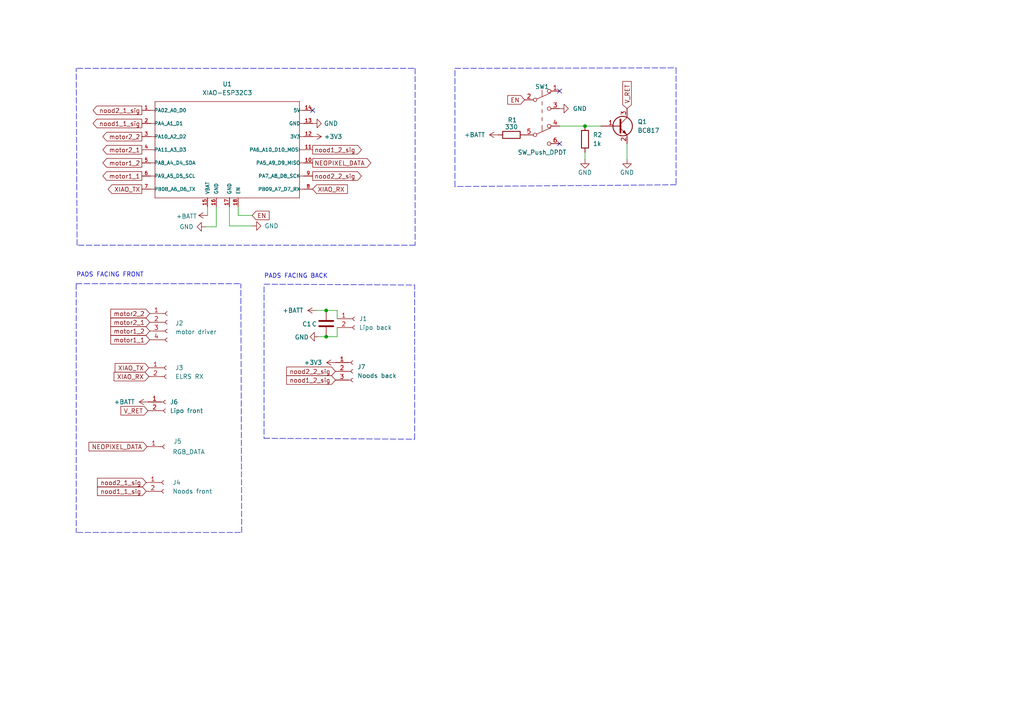
<source format=kicad_sch>
(kicad_sch (version 20211123) (generator eeschema)
  (paper "A4")
  (lib_symbols
    (symbol "Connector:Conn_01x01_Female" (pin_names (offset 1.016) hide)
      (property "Reference" "J" (at 0 2.54 0))
      (property "Value" "Conn_01x01_Female" (at 0 -2.54 0))
      (symbol "Conn_01x01_Female_1_1"
        (polyline (pts (xy -1.27 0) (xy -0.508 0)) (stroke (width 0.1524)))
        (arc (start 0 0.508) (mid -0.508 0) (end 0 -0.508) (stroke (width 0.1524)))
        (pin passive line (at -5.08 0 0) (length 3.81) (name "Pin_1") (number "1"))
      )
    )
    (symbol "Connector:Conn_01x02_Female" (pin_names (offset 1.016) hide)
      (property "Reference" "J" (at 0 2.54 0))
      (property "Value" "Conn_01x02_Female" (at 0 -5.08 0))
      (symbol "Conn_01x02_Female_1_1"
        (arc (start 0 -2.032) (mid -0.508 -2.54) (end 0 -3.048) (stroke (width 0.1524)))
        (polyline (pts (xy -1.27 -2.54) (xy -0.508 -2.54)) (stroke (width 0.1524)))
        (polyline (pts (xy -1.27 0) (xy -0.508 0)) (stroke (width 0.1524)))
        (arc (start 0 0.508) (mid -0.508 0) (end 0 -0.508) (stroke (width 0.1524)))
        (pin passive line (at -5.08 0 0) (length 3.81) (name "Pin_1") (number "1"))
        (pin passive line (at -5.08 -2.54 0) (length 3.81) (name "Pin_2") (number "2"))
      )
    )
    (symbol "Connector:Conn_01x03_Female" (pin_names (offset 1.016) hide)
      (property "Reference" "J" (at 0 5.08 0))
      (property "Value" "Conn_01x03_Female" (at 0 -5.08 0))
      (symbol "Conn_01x03_Female_1_1"
        (arc (start 0 -2.032) (mid -0.508 -2.54) (end 0 -3.048) (stroke (width 0.1524)))
        (polyline (pts (xy -1.27 -2.54) (xy -0.508 -2.54)) (stroke (width 0.1524)))
        (polyline (pts (xy -1.27 0) (xy -0.508 0)) (stroke (width 0.1524)))
        (polyline (pts (xy -1.27 2.54) (xy -0.508 2.54)) (stroke (width 0.1524)))
        (arc (start 0 0.508) (mid -0.508 0) (end 0 -0.508) (stroke (width 0.1524)))
        (arc (start 0 3.048) (mid -0.508 2.54) (end 0 2.032) (stroke (width 0.1524)))
        (pin passive line (at -5.08 2.54 0) (length 3.81) (name "Pin_1") (number "1"))
        (pin passive line (at -5.08 0 0) (length 3.81) (name "Pin_2") (number "2"))
        (pin passive line (at -5.08 -2.54 0) (length 3.81) (name "Pin_3") (number "3"))
      )
    )
    (symbol "Connector:Conn_01x04_Female" (pin_names (offset 1.016) hide)
      (property "Reference" "J" (at 0 5.08 0))
      (property "Value" "Conn_01x04_Female" (at 0 -7.62 0))
      (symbol "Conn_01x04_Female_1_1"
        (arc (start 0 -4.572) (mid -0.508 -5.08) (end 0 -5.588) (stroke (width 0.1524)))
        (arc (start 0 -2.032) (mid -0.508 -2.54) (end 0 -3.048) (stroke (width 0.1524)))
        (polyline (pts (xy -1.27 -5.08) (xy -0.508 -5.08)) (stroke (width 0.1524)))
        (polyline (pts (xy -1.27 -2.54) (xy -0.508 -2.54)) (stroke (width 0.1524)))
        (polyline (pts (xy -1.27 0) (xy -0.508 0)) (stroke (width 0.1524)))
        (polyline (pts (xy -1.27 2.54) (xy -0.508 2.54)) (stroke (width 0.1524)))
        (arc (start 0 0.508) (mid -0.508 0) (end 0 -0.508) (stroke (width 0.1524)))
        (arc (start 0 3.048) (mid -0.508 2.54) (end 0 2.032) (stroke (width 0.1524)))
        (pin passive line (at -5.08 2.54 0) (length 3.81) (name "Pin_1") (number "1"))
        (pin passive line (at -5.08 0 0) (length 3.81) (name "Pin_2") (number "2"))
        (pin passive line (at -5.08 -2.54 0) (length 3.81) (name "Pin_3") (number "3"))
        (pin passive line (at -5.08 -5.08 0) (length 3.81) (name "Pin_4") (number "4"))
      )
    )
    (symbol "Device:C" (pin_numbers hide) (pin_names (offset 0.254))
      (property "Reference" "C" (at 0.635 2.54 0))
      (property "Value" "C" (at 0.635 -2.54 0))
      (symbol "C_0_1"
        (polyline (pts (xy -2.032 -0.762) (xy 2.032 -0.762)) (stroke (width 0.508)))
        (polyline (pts (xy -2.032 0.762) (xy 2.032 0.762)) (stroke (width 0.508)))
      )
      (symbol "C_1_1"
        (pin passive line (at 0 3.81 270) (length 2.794) (name "~") (number "1"))
        (pin passive line (at 0 -3.81 90) (length 2.794) (name "~") (number "2"))
      )
    )
    (symbol "Device:R" (pin_numbers hide) (pin_names (offset 0))
      (property "Reference" "R" (at 2.032 0 90))
      (property "Value" "R" (at 0 0 90))
      (symbol "R_0_1"
        (rectangle (start -1.016 -2.54) (end 1.016 2.54) (stroke (width 0.254)))
      )
      (symbol "R_1_1"
        (pin passive line (at 0 3.81 270) (length 1.27) (name "~") (number "1"))
        (pin passive line (at 0 -3.81 90) (length 1.27) (name "~") (number "2"))
      )
    )
    (symbol "Switch:SW_Push_DPDT" (pin_names (offset 0) hide)
      (property "Reference" "SW" (at 0 8.89 0))
      (property "Value" "SW_Push_DPDT" (at 0 -10.16 0))
      (symbol "SW_Push_DPDT_0_0"
        (circle (center -2.032 -5.08) (radius 0.508))
        (circle (center -2.032 5.08) (radius 0.508))
        (circle (center 2.032 -7.62) (radius 0.508))
        (circle (center 2.032 2.54) (radius 0.508))
      )
      (symbol "SW_Push_DPDT_0_1"
        (polyline (pts (xy -1.524 -4.826) (xy 2.54 -3.048)))
        (polyline (pts (xy -1.524 5.334) (xy 2.54 7.112)))
        (polyline (pts (xy 0 -2.286) (xy 0 -4.064)))
        (polyline (pts (xy 0 -1.016) (xy 0 0)))
        (polyline (pts (xy 0 1.27) (xy 0 2.286)))
        (polyline (pts (xy 0 3.556) (xy 0 4.572)))
        (polyline (pts (xy 0 7.874) (xy 0 6.096)))
        (circle (center 2.032 -2.54) (radius 0.508))
        (circle (center 2.032 7.62) (radius 0.508))
      )
      (symbol "SW_Push_DPDT_1_1"
        (pin passive line (at 5.08 7.62 180) (length 2.54) (name "A") (number "1"))
        (pin passive line (at -5.08 5.08 0) (length 2.54) (name "B") (number "2"))
        (pin passive line (at 5.08 2.54 180) (length 2.54) (name "C") (number "3"))
        (pin passive line (at 5.08 -2.54 180) (length 2.54) (name "A") (number "4"))
        (pin passive line (at -5.08 -5.08 0) (length 2.54) (name "B") (number "5"))
        (pin passive line (at 5.08 -7.62 180) (length 2.54) (name "C") (number "6"))
      )
    )
    (symbol "Transistor_BJT:BC817" (pin_names (offset 0) hide)
      (property "Reference" "Q" (at 5.08 1.905 0))
      (property "Value" "BC817" (at 5.08 0 0))
      (symbol "BC817_0_1"
        (polyline (pts (xy 0.635 0.635) (xy 2.54 2.54)))
        (polyline (pts (xy 0.635 -0.635) (xy 2.54 -2.54) (xy 2.54 -2.54)))
        (polyline (pts (xy 0.635 1.905) (xy 0.635 -1.905) (xy 0.635 -1.905)) (stroke (width 0.508)))
        (polyline (pts (xy 1.27 -1.778) (xy 1.778 -1.27) (xy 2.286 -2.286) (xy 1.27 -1.778) (xy 1.27 -1.778)) (fill (type outline)))
        (circle (center 1.27 0) (radius 2.8194) (stroke (width 0.254)))
      )
      (symbol "BC817_1_1"
        (pin input line (at -5.08 0 0) (length 5.715) (name "B") (number "1"))
        (pin passive line (at 2.54 -5.08 90) (length 2.54) (name "E") (number "2"))
        (pin passive line (at 2.54 5.08 270) (length 2.54) (name "C") (number "3"))
      )
    )
    (symbol "power:+3.3V" (power) (pin_names (offset 0))
      (property "Value" "+3.3V" (at 0 3.556 0))
      (symbol "+3.3V_0_1"
        (polyline (pts (xy -0.762 1.27) (xy 0 2.54)))
        (polyline (pts (xy 0 0) (xy 0 2.54)))
        (polyline (pts (xy 0 2.54) (xy 0.762 1.27)))
      )
      (symbol "+3.3V_1_1"
        (pin power_in line (at 0 0 90) (length 0) hide (name "+3V3") (number "1"))
      )
    )
    (symbol "power:+BATT" (power) (pin_names (offset 0))
      (property "Value" "+BATT" (at 0 3.556 0))
      (symbol "+BATT_0_1"
        (polyline (pts (xy -0.762 1.27) (xy 0 2.54)))
        (polyline (pts (xy 0 0) (xy 0 2.54)))
        (polyline (pts (xy 0 2.54) (xy 0.762 1.27)))
      )
      (symbol "+BATT_1_1"
        (pin power_in line (at 0 0 90) (length 0) hide (name "+BATT") (number "1"))
      )
    )
    (symbol "power:GND" (power) (pin_names (offset 0))
      (property "Value" "GND" (at 0 -3.81 0))
      (symbol "GND_0_1"
        (polyline (pts (xy 0 0) (xy 0 -1.27) (xy 1.27 -1.27) (xy 0 -2.54) (xy -1.27 -1.27) (xy 0 -1.27)))
      )
      (symbol "GND_1_1"
        (pin power_in line (at 0 0 270) (length 0) hide (name "GND") (number "1"))
      )
    )
    (symbol "xiao esp32c3:MOUDLE-SEEEDUINO-XIAO-ESP32C3" (pin_names (offset 1.016))
      (property "Reference" "U" (at -0.635 19.05 0))
      (property "Value" "MOUDLE-SEEEDUINO-XIAO-ESP32C3" (at -18.415 14.605 0))
      (symbol "MOUDLE-SEEEDUINO-XIAO-ESP32C3_0_0"
        (polyline (pts (xy -21.59 -13.97) (xy -21.59 0)) (stroke (width 0.1524)))
        (polyline (pts (xy -21.59 -11.43) (xy -22.86 -11.43)) (stroke (width 0.1524)))
        (polyline (pts (xy -21.59 -7.62) (xy -22.86 -7.62)) (stroke (width 0.1524)))
        (polyline (pts (xy -21.59 -3.81) (xy -22.86 -3.81)) (stroke (width 0.1524)))
        (polyline (pts (xy -21.59 0) (xy -22.86 0)) (stroke (width 0.1524)))
        (polyline (pts (xy -21.59 0) (xy -21.59 3.81)) (stroke (width 0.1524)))
        (polyline (pts (xy -21.59 3.81) (xy -22.86 3.81)) (stroke (width 0.1524)))
        (polyline (pts (xy -21.59 3.81) (xy -21.59 7.62)) (stroke (width 0.1524)))
        (polyline (pts (xy -21.59 7.62) (xy -22.86 7.62)) (stroke (width 0.1524)))
        (polyline (pts (xy -21.59 7.62) (xy -21.59 11.43)) (stroke (width 0.1524)))
        (polyline (pts (xy -21.59 11.43) (xy -22.86 11.43)) (stroke (width 0.1524)))
        (polyline (pts (xy -21.59 11.43) (xy -21.59 13.97)) (stroke (width 0.1524)))
        (polyline (pts (xy -21.59 13.97) (xy 20.32 13.97)) (stroke (width 0.1524)))
        (polyline (pts (xy 20.32 -13.97) (xy -21.59 -13.97)) (stroke (width 0.1524)))
        (polyline (pts (xy 20.32 3.81) (xy 20.32 -13.97)) (stroke (width 0.1524)))
        (polyline (pts (xy 20.32 7.62) (xy 20.32 3.81)) (stroke (width 0.1524)))
        (polyline (pts (xy 20.32 11.43) (xy 20.32 7.62)) (stroke (width 0.1524)))
        (polyline (pts (xy 20.32 13.97) (xy 20.32 11.43)) (stroke (width 0.1524)))
        (polyline (pts (xy 21.59 -11.43) (xy 20.32 -11.43)) (stroke (width 0.1524)))
        (polyline (pts (xy 21.59 -7.62) (xy 20.32 -7.62)) (stroke (width 0.1524)))
        (polyline (pts (xy 21.59 -3.81) (xy 20.32 -3.81)) (stroke (width 0.1524)))
        (polyline (pts (xy 21.59 0) (xy 20.32 0)) (stroke (width 0.1524)))
        (polyline (pts (xy 21.59 3.81) (xy 20.32 3.81)) (stroke (width 0.1524)))
        (polyline (pts (xy 21.59 7.62) (xy 20.32 7.62)) (stroke (width 0.1524)))
        (polyline (pts (xy 21.59 11.43) (xy 20.32 11.43)) (stroke (width 0.1524)))
        (pin bidirectional line (at -25.4 11.43 0) (length 2.54) (name "PA02_A0_D0") (number "1"))
        (pin bidirectional line (at 24.13 -3.81 180) (length 2.54) (name "PA5_A9_D9_MISO") (number "10"))
        (pin bidirectional line (at 24.13 0 180) (length 2.54) (name "PA6_A10_D10_MOSI") (number "11"))
        (pin power_out line (at 24.13 3.81 180) (length 2.54) (name "3V3") (number "12"))
        (pin power_in line (at 24.13 7.62 180) (length 2.54) (name "GND") (number "13"))
        (pin power_out line (at 24.13 11.43 180) (length 2.54) (name "5V") (number "14"))
        (pin power_in line (at -6.35 -16.51 90) (length 2.54) (name "VBAT") (number "15"))
        (pin power_in line (at -3.81 -16.51 90) (length 2.54) (name "GND") (number "16"))
        (pin power_in line (at 0 -16.51 90) (length 2.54) (name "GND") (number "17"))
        (pin input line (at 2.54 -16.51 90) (length 2.54) (name "EN") (number "18"))
        (pin bidirectional line (at -25.4 7.62 0) (length 2.54) (name "PA4_A1_D1") (number "2"))
        (pin bidirectional line (at -25.4 3.81 0) (length 2.54) (name "PA10_A2_D2") (number "3"))
        (pin bidirectional line (at -25.4 0 0) (length 2.54) (name "PA11_A3_D3") (number "4"))
        (pin bidirectional line (at -25.4 -3.81 0) (length 2.54) (name "PA8_A4_D4_SDA") (number "5"))
        (pin bidirectional line (at -25.4 -7.62 0) (length 2.54) (name "PA9_A5_D5_SCL") (number "6"))
        (pin bidirectional line (at -25.4 -11.43 0) (length 2.54) (name "PB08_A6_D6_TX") (number "7"))
        (pin bidirectional line (at 24.13 -11.43 180) (length 2.54) (name "PB09_A7_D7_RX") (number "8"))
        (pin bidirectional line (at 24.13 -7.62 180) (length 2.54) (name "PA7_A8_D8_SCK") (number "9"))
      )
    )
  )
  (junction (at 94.615 90.043))
  (junction (at 94.615 97.663))
  (junction (at 169.672 36.576))
  (no_connect (at 162.306 41.656))
  (no_connect (at 90.678 32.004))
  (no_connect (at 162.306 26.416))
  (polyline (pts (xy 76.581 83.185) (xy 76.581 127.127)))
  (wire (pts (xy 69.088 59.944) (xy 69.088 62.484)))
  (wire (pts (xy 73.152 65.532) (xy 66.548 65.532)))
  (wire (pts (xy 169.672 46.228) (xy 169.672 44.196)))
  (wire (pts (xy 66.548 65.532) (xy 66.548 59.944)))
  (wire (pts (xy 91.821 90.043) (xy 94.615 90.043)))
  (wire (pts (xy 181.864 41.656) (xy 181.864 46.228)))
  (wire (pts (xy 97.79 94.996) (xy 97.79 97.663)))
  (wire (pts (xy 92.456 97.663) (xy 94.615 97.663)))
  (polyline (pts (xy 196.088 19.685) (xy 196.088 53.594)))
  (polyline (pts (xy 120.396 19.812) (xy 120.396 71.12)))
  (polyline (pts (xy 131.953 54.102) (xy 131.953 19.812)))
  (wire (pts (xy 60.198 62.484) (xy 60.198 59.944)))
  (polyline (pts (xy 76.581 82.423) (xy 120.269 82.677)))
  (wire (pts (xy 97.79 90.043) (xy 94.615 90.043)))
  (polyline (pts (xy 76.581 127.127) (xy 120.269 127.381)))
  (wire (pts (xy 169.672 36.576) (xy 174.244 36.576)))
  (wire (pts (xy 62.738 65.786) (xy 62.738 59.944)))
  (polyline (pts (xy 22.352 19.812) (xy 120.396 19.812)))
  (wire (pts (xy 59.69 65.786) (xy 62.738 65.786)))
  (wire (pts (xy 97.79 92.456) (xy 97.79 90.043)))
  (wire (pts (xy 94.615 97.663) (xy 97.79 97.663)))
  (polyline (pts (xy 22.098 82.296) (xy 22.098 154.432)))
  (polyline (pts (xy 131.953 19.812) (xy 196.088 19.685)))
  (wire (pts (xy 69.088 62.484) (xy 73.152 62.484)))
  (polyline (pts (xy 22.098 82.296) (xy 69.85 82.296)))
  (polyline (pts (xy 22.352 154.432) (xy 70.104 154.432)))
  (polyline (pts (xy 120.396 71.12) (xy 22.352 71.12)))
  (polyline (pts (xy 22.352 71.12) (xy 22.098 19.812)))
  (polyline (pts (xy 196.088 53.594) (xy 131.953 54.102)))
  (polyline (pts (xy 70.104 154.432) (xy 69.85 82.296)))
  (polyline (pts (xy 120.269 127.381) (xy 120.269 82.677)))
  (wire (pts (xy 162.306 36.576) (xy 169.672 36.576)))
  (text "PADS FACING BACK" (at 76.581 80.899 0) (effects (font (size 1.27 1.27)) (justify left bottom)))
  (text "PADS FACING FRONT" (at 22.098 80.518 0) (effects (font (size 1.27 1.27)) (justify left bottom)))
  (global_label "nood1_1_sig" (shape output) (at 41.148 35.814 180) (property "Intersheet References" "${INTERSHEET_REFS}" (effects hide)))
  (global_label "nood1_1_sig" (shape input) (at 42.418 142.494 180) (property "Intersheet References" "${INTERSHEET_REFS}" (effects hide)))
  (global_label "motor2_2" (shape output) (at 41.148 39.624 180) (property "Intersheet References" "${INTERSHEET_REFS}" (effects hide)))
  (global_label "XIAO_TX" (shape input) (at 43.18 106.68 180) (property "Intersheet References" "${INTERSHEET_REFS}" (effects hide)))
  (global_label "nood2_2_sig" (shape input) (at 97.282 107.696 180) (property "Intersheet References" "${INTERSHEET_REFS}" (effects hide)))
  (global_label "nood2_1_sig" (shape input) (at 42.418 139.954 180) (property "Intersheet References" "${INTERSHEET_REFS}" (effects hide)))
  (global_label "XIAO_RX" (shape input) (at 43.18 109.22 180) (property "Intersheet References" "${INTERSHEET_REFS}" (effects hide)))
  (global_label "V_RET" (shape input) (at 42.926 119.126 180) (property "Intersheet References" "${INTERSHEET_REFS}" (effects hide)))
  (global_label "NEOPIXEL_DATA" (shape output) (at 90.678 47.244 0) (property "Intersheet References" "${INTERSHEET_REFS}" (effects hide)))
  (global_label "nood2_1_sig" (shape output) (at 41.148 32.004 180) (property "Intersheet References" "${INTERSHEET_REFS}" (effects hide)))
  (global_label "nood1_2_sig" (shape output) (at 90.678 43.434 0) (property "Intersheet References" "${INTERSHEET_REFS}" (effects hide)))
  (global_label "EN" (shape input) (at 152.146 28.956 180) (property "Intersheet References" "${INTERSHEET_REFS}" (effects hide)))
  (global_label "motor1_2" (shape output) (at 41.148 47.244 180) (property "Intersheet References" "${INTERSHEET_REFS}" (effects hide)))
  (global_label "motor1_1" (shape output) (at 41.148 51.054 180) (property "Intersheet References" "${INTERSHEET_REFS}" (effects hide)))
  (global_label "motor1_2" (shape input) (at 43.434 96.012 180) (property "Intersheet References" "${INTERSHEET_REFS}" (effects hide)))
  (global_label "EN" (shape input) (at 73.152 62.484 0) (property "Intersheet References" "${INTERSHEET_REFS}" (effects hide)))
  (global_label "motor2_1" (shape input) (at 43.434 93.472 180) (property "Intersheet References" "${INTERSHEET_REFS}" (effects hide)))
  (global_label "nood1_2_sig" (shape input) (at 97.282 110.236 180) (property "Intersheet References" "${INTERSHEET_REFS}" (effects hide)))
  (global_label "V_RET" (shape input) (at 181.864 31.496 90) (property "Intersheet References" "${INTERSHEET_REFS}" (effects hide)))
  (global_label "motor2_1" (shape output) (at 41.148 43.434 180) (property "Intersheet References" "${INTERSHEET_REFS}" (effects hide)))
  (global_label "motor1_1" (shape input) (at 43.434 98.552 180) (property "Intersheet References" "${INTERSHEET_REFS}" (effects hide)))
  (global_label "nood2_2_sig" (shape output) (at 90.678 51.054 0) (property "Intersheet References" "${INTERSHEET_REFS}" (effects hide)))
  (global_label "XIAO_RX" (shape input) (at 90.678 54.864 0) (property "Intersheet References" "${INTERSHEET_REFS}" (effects hide)))
  (global_label "NEOPIXEL_DATA" (shape input) (at 42.672 129.54 180) (property "Intersheet References" "${INTERSHEET_REFS}" (effects hide)))
  (global_label "motor2_2" (shape input) (at 43.434 90.932 180) (property "Intersheet References" "${INTERSHEET_REFS}" (effects hide)))
  (global_label "XIAO_TX" (shape output) (at 41.148 54.864 180) (property "Intersheet References" "${INTERSHEET_REFS}" (effects hide)))
  (symbol (lib_id "Connector:Conn_01x02_Female") (at 48.26 106.68 0) (unit 1)
    (property "Reference" "J3" (at 50.8 106.68 0) (effects (justify left)))
    (property "Value" "ELRS RX" (at 50.8 109.22 0) (effects (justify left)))
    (property "Footprint" "haribo_kimchi_boards:smd_solder_pads_1x02_2.54mm" (effects hide))
  )
  (symbol (lib_id "Connector:Conn_01x02_Female") (at 48.006 116.586 0) (unit 1)
    (property "Reference" "J6" (at 49.276 116.5859 0) (effects (justify left)))
    (property "Value" "Lipo front" (at 49.276 119.1259 0) (effects (justify left)))
    (property "Footprint" "haribo_kimchi_boards:smd_solder_pads_1x02_2.54mm" (effects hide))
  )
  (symbol (lib_id "Connector:Conn_01x03_Female") (at 102.362 107.696 0) (unit 1)
    (property "Reference" "J7" (at 103.632 106.4259 0) (effects (justify left)))
    (property "Value" "Noods back" (at 103.632 108.9659 0) (effects (justify left)))
    (property "Footprint" "haribo_kimchi_boards:smd_solder_pads_1x03_n00ds_v1" (effects hide))
  )
  (symbol (lib_id "Device:R") (at 169.672 40.386 180) (unit 1)
    (property "Reference" "R2" (at 171.958 39.1159 0) (effects (justify right)))
    (property "Value" "1k" (at 171.958 41.6559 0) (effects (justify right)))
    (property "Footprint" "Resistor_SMD:R_0805_2012Metric_Pad1.20x1.40mm_HandSolder" (effects hide))
  )
  (symbol (lib_id "power:+BATT") (at 42.926 116.586 90) (unit 1)
    (property "Reference" "#PWR06" (effects hide))
    (property "Value" "+BATT" (at 39.116 116.5859 90) (effects (justify left)))
  )
  (symbol (lib_id "Connector:Conn_01x02_Female") (at 47.498 139.954 0) (unit 1)
    (property "Reference" "J4" (at 50.038 139.954 0) (effects (justify left)))
    (property "Value" "Noods front" (at 50.038 142.494 0) (effects (justify left)))
    (property "Footprint" "haribo_kimchi_boards:smd_solder_pads_1x02_2.54mm" (effects hide))
  )
  (symbol (lib_id "Connector:Conn_01x01_Female") (at 47.752 129.54 0) (unit 1)
    (property "Reference" "J5" (at 50.292 128.016 0) (effects (justify left)))
    (property "Value" "RGB_DATA" (at 50.038 131.064 0) (effects (justify left)))
    (property "Footprint" "haribo_kimchi_boards:smd_solder_pads_1x01_2.54mm" (effects hide))
  )
  (symbol (lib_id "Switch:SW_Push_DPDT") (at 157.226 34.036 0) (unit 1)
    (property "Reference" "SW1" (at 157.226 25.146 0))
    (property "Value" "SW_Push_DPDT" (at 157.226 44.196 0))
    (property "Footprint" "haribo_kimchi_extra_footprints:Nidec_2x03_dpdt_CL-SB-22B-11" (effects hide))
  )
  (symbol (lib_id "power:+3.3V") (at 90.678 39.624 270) (unit 1)
    (property "Reference" "#PWR0112" (effects hide))
    (property "Value" "+3.3V" (at 93.98 39.6239 90) (effects (justify left)))
  )
  (symbol (lib_id "Transistor_BJT:BC817") (at 179.324 36.576 0) (unit 1)
    (property "Reference" "Q1" (at 184.912 35.3059 0) (effects (justify left)))
    (property "Value" "BC817" (at 184.912 37.8459 0) (effects (justify left)))
    (property "Footprint" "Package_TO_SOT_SMD:SOT-23" (effects hide))
    (property "Datasheet" "https://www.onsemi.com/pub/Collateral/BC818-D.pdf" (effects hide))
  )
  (symbol (lib_id "power:+BATT") (at 144.526 39.116 90) (unit 1)
    (property "Reference" "#PWR01" (effects hide))
    (property "Value" "+BATT" (at 140.716 39.1159 90) (effects (justify left)))
  )
  (symbol (lib_id "xiao esp32c3:MOUDLE-SEEEDUINO-XIAO-ESP32C3") (at 66.548 43.434 0) (unit 1)
    (property "Reference" "U1" (at 65.913 24.384 0))
    (property "Value" "XIAO-ESP32C3" (at 65.913 26.924 0))
    (property "Footprint" "xiao esp32c3:MOUDLE14P-SMD-2.54-21X17.8MM" (effects hide))
  )
  (symbol (lib_id "power:GND") (at 73.152 65.532 90) (unit 1)
    (property "Reference" "#PWR05" (effects hide))
    (property "Value" "GND" (at 76.708 65.5319 90) (effects (justify right)))
  )
  (symbol (lib_id "power:GND") (at 92.456 97.663 270) (unit 1)
    (property "Reference" "#PWR0106" (effects hide))
    (property "Value" "GND" (at 87.503 97.79 90))
  )
  (symbol (lib_id "power:+BATT") (at 60.198 62.484 90) (unit 1)
    (property "Reference" "#PWR0110" (effects hide))
    (property "Value" "+BATT" (at 51.054 62.738 90) (effects (justify right)))
  )
  (symbol (lib_id "power:GND") (at 162.306 31.496 90) (unit 1)
    (property "Reference" "#PWR02" (effects hide))
    (property "Value" "GND" (at 166.116 31.496 90) (effects (justify right)))
  )
  (symbol (lib_id "Connector:Conn_01x02_Female") (at 102.87 92.456 0) (unit 1)
    (property "Reference" "J1" (at 104.14 92.4559 0) (effects (justify left)))
    (property "Value" "Lipo back" (at 104.14 94.9959 0) (effects (justify left)))
    (property "Footprint" "haribo_kimchi_boards:smd_solder_pads_1x02_2.54mm" (effects hide))
  )
  (symbol (lib_id "power:GND") (at 169.672 46.228 0) (unit 1)
    (property "Reference" "#PWR03" (effects hide))
    (property "Value" "GND" (at 171.704 50.038 0) (effects (justify right)))
  )
  (symbol (lib_id "Device:R") (at 148.336 39.116 90) (unit 1)
    (property "Reference" "R1" (at 148.59 34.798 90))
    (property "Value" "330" (at 148.336 36.83 90))
    (property "Footprint" "Resistor_SMD:R_0805_2012Metric_Pad1.20x1.40mm_HandSolder" (effects hide))
  )
  (symbol (lib_id "power:+3.3V") (at 97.282 105.156 90) (unit 1)
    (property "Reference" "#PWR0113" (effects hide))
    (property "Value" "+3.3V" (at 88.138 105.156 90) (effects (justify right)))
  )
  (symbol (lib_id "power:GND") (at 90.678 35.814 90) (unit 1)
    (property "Reference" "#PWR0108" (effects hide))
    (property "Value" "GND" (at 98.044 35.814 90) (effects (justify left)))
  )
  (symbol (lib_id "Connector:Conn_01x04_Female") (at 48.514 93.472 0) (unit 1)
    (property "Reference" "J2" (at 50.8 93.726 0) (effects (justify left)))
    (property "Value" "motor driver" (at 50.8 96.266 0) (effects (justify left)))
    (property "Footprint" "haribo_kimchi_boards:smd_solder_pads_1x04" (effects hide))
  )
  (symbol (lib_id "power:+BATT") (at 91.821 90.043 90) (unit 1)
    (property "Reference" "#PWR0109" (effects hide))
    (property "Value" "+BATT" (at 88.011 90.0429 90) (effects (justify left)))
  )
  (symbol (lib_id "power:GND") (at 181.864 46.228 0) (unit 1)
    (property "Reference" "#PWR04" (effects hide))
    (property "Value" "GND" (at 183.896 50.038 0) (effects (justify right)))
  )
  (symbol (lib_id "power:GND") (at 59.69 65.786 270) (unit 1)
    (property "Reference" "#PWR0107" (effects hide))
    (property "Value" "GND" (at 56.134 65.7859 90) (effects (justify right)))
  )
  (symbol (lib_id "Device:C") (at 94.615 93.853 0) (unit 1)
    (property "Reference" "C1" (at 87.63 93.98 0) (effects (justify left)))
    (property "Value" "C" (at 90.424 93.98 0) (effects (justify left)))
    (property "Footprint" "Capacitor_SMD:C_0805_2012Metric_Pad1.18x1.45mm_HandSolder" (effects hide))
  )
)
</source>
